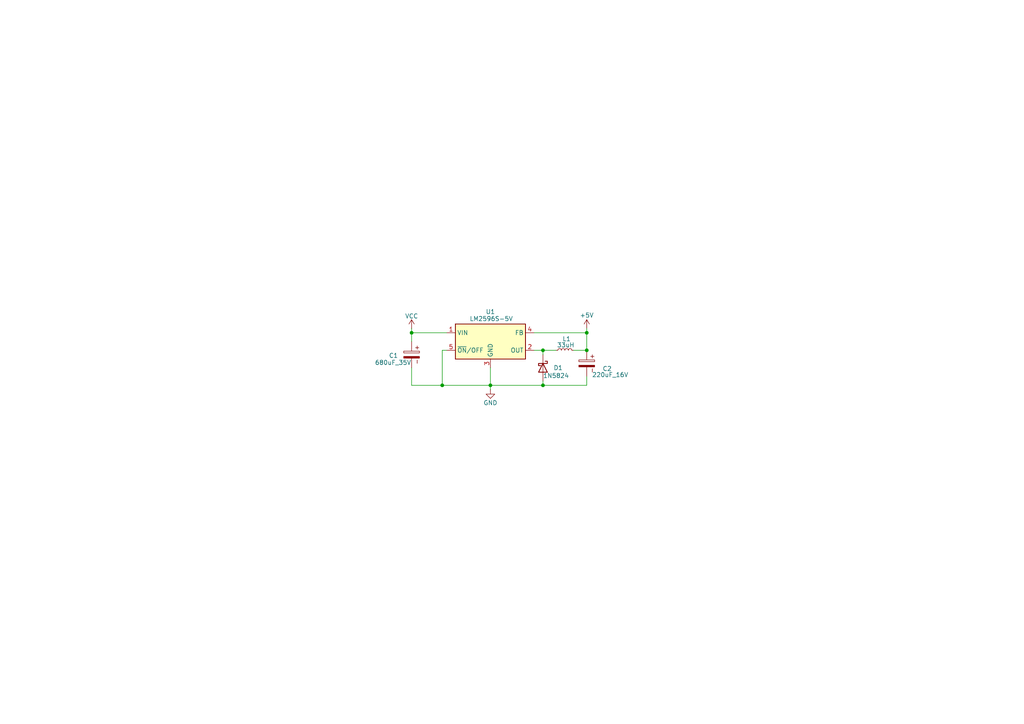
<source format=kicad_sch>
(kicad_sch (version 20250114) (generator "eeschema") (generator_version "9.0")
  (paper "A4")
  (lib_symbols
    (symbol "Device:L_Small" (pin_numbers (hide yes)) (pin_names (offset 0.254) (hide yes))
      (property "Reference" "L" (at 0.762 1.016 0))
      (property "Value" "L_Small" (at 0.762 -1.016 0))
      (symbol "L_Small_0_1"
        (arc (start 0 2.032) (mid 0.5058 1.524) (end 0 1.016))
        (arc (start 0 1.016) (mid 0.5058 0.508) (end 0 0))
        (arc (start 0 0) (mid 0.5058 -0.508) (end 0 -1.016))
        (arc (start 0 -1.016) (mid 0.5058 -1.524) (end 0 -2.032))
      )
      (symbol "L_Small_1_1"
        (pin passive line (at 0 2.54 270) (length 0.508) (name "~") (number "1"))
        (pin passive line (at 0 -2.54 90) (length 0.508) (name "~") (number "2"))
      )
    )
    (symbol "Diode:1N5822" (pin_numbers (hide yes)) (pin_names (offset 1.016) (hide yes))
      (property "Reference" "D" (at 0 2.54 0))
      (property "Value" "1N5822" (at 0 -2.54 0))
      (symbol "1N5822_0_1"
        (polyline (pts (xy -1.905 0.635) (xy -1.905 1.27) (xy -1.27 1.27) (xy -1.27 -1.27) (xy -0.635 -1.27) (xy -0.635 -0.635)) (stroke (width 0.254)))
        (polyline (pts (xy 1.27 1.27) (xy 1.27 -1.27) (xy -1.27 0) (xy 1.27 1.27)) (stroke (width 0.254)))
        (polyline (pts (xy 1.27 0) (xy -1.27 0)))
      )
      (symbol "1N5822_1_1"
        (pin passive line (at -3.81 0 0) (length 2.54) (name "K") (number "1"))
        (pin passive line (at 3.81 0 180) (length 2.54) (name "A") (number "2"))
      )
    )
    (symbol "PCM_SL_Capacitors:470uF_35V"
      (property "Reference" "C" (at 0 7.62 0))
      (property "Value" "470uF_35V" (at 0 5.08 0))
      (symbol "470uF_35V_0_0"
        (text "+" (at -2.032 1.524 0) (effects (font (size 1.27 1.27))))
        (text "-" (at 2.032 1.524 0) (effects (font (size 1.27 1.27))))
      )
      (symbol "470uF_35V_0_1"
        (rectangle (start -1.016 -2.286) (end -0.508 2.286))
        (rectangle (start 0.508 -2.286) (end 1.016 2.286) (fill (type outline)))
      )
      (symbol "470uF_35V_1_1"
        (pin passive line (at -3.81 0 0) (length 2.7) (name "~") (number "1"))
        (pin input line (at 3.81 0 180) (length 2.7) (name "~") (number "2"))
      )
    )
    (symbol "Regulator_Switching:LM2596S-5"
      (property "Reference" "U" (at -10.16 6.35 0))
      (property "Value" "LM2596S-5" (at 0 6.35 0))
      (symbol "LM2596S-5_0_1"
        (rectangle (start -10.16 5.08) (end 10.16 -5.08) (stroke (width 0.254)) (fill (type background)))
      )
      (symbol "LM2596S-5_1_1"
        (pin power_in line (at -12.7 2.54 0) (length 2.54) (name "VIN") (number "1"))
        (pin input line (at -12.7 -2.54 0) (length 2.54) (name "~{ON}/OFF") (number "5"))
        (pin power_in line (at 0 -7.62 90) (length 2.54) (name "GND") (number "3"))
        (pin input line (at 12.7 2.54 180) (length 2.54) (name "FB") (number "4"))
        (pin output line (at 12.7 -2.54 180) (length 2.54) (name "OUT") (number "2"))
      )
    )
    (symbol "power:+5V" (power) (pin_numbers (hide yes)) (pin_names (offset 0) (hide yes))
      (property "Value" "+5V" (at 0 3.556 0))
      (symbol "+5V_0_1"
        (polyline (pts (xy -0.762 1.27) (xy 0 2.54)))
        (polyline (pts (xy 0 2.54) (xy 0.762 1.27)))
        (polyline (pts (xy 0 0) (xy 0 2.54)))
      )
      (symbol "+5V_1_1"
        (pin power_in line (at 0 0 90) (length 0) (name "~") (number "1"))
      )
    )
    (symbol "power:GND" (power) (pin_numbers (hide yes)) (pin_names (offset 0) (hide yes))
      (property "Value" "GND" (at 0 -3.81 0))
      (symbol "GND_0_1"
        (polyline (pts (xy 0 0) (xy 0 -1.27) (xy 1.27 -1.27) (xy 0 -2.54) (xy -1.27 -1.27) (xy 0 -1.27)))
      )
      (symbol "GND_1_1"
        (pin power_in line (at 0 0 270) (length 0) (name "~") (number "1"))
      )
    )
    (symbol "power:VCC" (power) (pin_numbers (hide yes)) (pin_names (offset 0) (hide yes))
      (property "Value" "VCC" (at 0 3.556 0))
      (symbol "VCC_0_1"
        (polyline (pts (xy -0.762 1.27) (xy 0 2.54)))
        (polyline (pts (xy 0 2.54) (xy 0.762 1.27)))
        (polyline (pts (xy 0 0) (xy 0 2.54)))
      )
      (symbol "VCC_1_1"
        (pin power_in line (at 0 0 90) (length 0) (name "~") (number "1"))
      )
    )
  )
  (junction (at 142.24 111.76))
  (junction (at 119.38 96.52))
  (junction (at 157.48 101.6))
  (junction (at 128.27 111.76))
  (junction (at 157.48 111.76))
  (junction (at 170.18 101.6))
  (junction (at 170.18 96.52))
  (wire (pts (xy 154.94 96.52) (xy 170.18 96.52)))
  (wire (pts (xy 119.38 95.25) (xy 119.38 96.52)))
  (wire (pts (xy 142.24 106.68) (xy 142.24 111.76)))
  (wire (pts (xy 142.24 111.76) (xy 157.48 111.76)))
  (wire (pts (xy 128.27 111.76) (xy 142.24 111.76)))
  (wire (pts (xy 170.18 96.52) (xy 170.18 101.6)))
  (wire (pts (xy 119.38 96.52) (xy 119.38 99.06)))
  (wire (pts (xy 157.48 111.76) (xy 170.18 111.76)))
  (wire (pts (xy 157.48 111.76) (xy 157.48 110.49)))
  (wire (pts (xy 170.18 109.22) (xy 170.18 111.76)))
  (wire (pts (xy 154.94 101.6) (xy 157.48 101.6)))
  (wire (pts (xy 119.38 106.68) (xy 119.38 111.76)))
  (wire (pts (xy 119.38 96.52) (xy 129.54 96.52)))
  (wire (pts (xy 166.37 101.6) (xy 170.18 101.6)))
  (wire (pts (xy 157.48 101.6) (xy 157.48 102.87)))
  (wire (pts (xy 170.18 95.25) (xy 170.18 96.52)))
  (wire (pts (xy 128.27 101.6) (xy 129.54 101.6)))
  (wire (pts (xy 157.48 101.6) (xy 161.29 101.6)))
  (wire (pts (xy 128.27 101.6) (xy 128.27 111.76)))
  (wire (pts (xy 142.24 111.76) (xy 142.24 113.03)))
  (wire (pts (xy 119.38 111.76) (xy 128.27 111.76)))
  (symbol (lib_id "Regulator_Switching:LM2596S-5") (at 142.24 99.06 0) (unit 1)
    (property "Reference" "U1" (at 142.24 90.424 0))
    (property "Value" "LM2596S-5V" (at 142.494 92.456 0))
    (property "Footprint" "Package_TO_SOT_SMD:TO-263-5_TabPin3" (effects (hide yes)))
    (property "Datasheet" "http://www.ti.com/lit/ds/symlink/lm2596.pdf" (effects (hide yes)))
    (property "Description" "5V 3A Step-Down Voltage Regulator, TO-263" (effects (hide yes)))
  )
  (symbol (lib_id "power:GND") (at 142.24 113.03 0) (unit 1)
    (property "Reference" "#PWR01" (effects (hide yes)))
    (property "Value" "GND" (at 142.24 116.84 0))
    (property "Description" "Power symbol creates a global label with name \"GND\" , ground" (effects (hide yes)))
  )
  (symbol (lib_id "Device:L_Small") (at 163.83 101.6 90) (unit 1)
    (property "Reference" "L1" (at 164.338 98.298 90))
    (property "Value" "33uH" (at 164.084 100.076 90))
    (property "Description" "Inductor, small symbol" (effects (hide yes)))
  )
  (symbol (lib_id "power:+5V") (at 170.18 95.25 0) (unit 1)
    (property "Reference" "#PWR02" (effects (hide yes)))
    (property "Value" "+5V" (at 170.18 91.44 0))
    (property "Description" "Power symbol creates a global label with name \"+5V\"" (effects (hide yes)))
  )
  (symbol (lib_id "Diode:1N5822") (at 157.48 106.68 270) (unit 1)
    (property "Reference" "D1" (at 160.528 106.68 90) (effects (justify left)))
    (property "Value" "1N5824" (at 157.48 108.966 90) (effects (justify left)))
    (property "Footprint" "Diode_THT:D_DO-201AD_P15.24mm_Horizontal" (effects (hide yes)))
    (property "Datasheet" "http://www.vishay.com/docs/88526/1n5820.pdf" (effects (hide yes)))
    (property "Description" "40V 3A Schottky Barrier Rectifier Diode, DO-201AD" (effects (hide yes)))
  )
  (symbol (lib_id "PCM_SL_Capacitors:470uF_35V") (at 170.18 105.41 270) (unit 1)
    (property "Reference" "C2" (at 174.752 106.934 90) (effects (justify left)))
    (property "Value" "220uF_16V" (at 171.704 108.712 90) (effects (justify left)))
    (property "Footprint" "Capacitor_THT:CP_Radial_D10.0mm_P5.00mm" (effects (hide yes)))
    (property "Description" "470uF, 35V Electrolytic Capacitor" (effects (hide yes)))
  )
  (symbol (lib_id "power:VCC") (at 119.38 95.25 0) (unit 1)
    (property "Reference" "#PWR03" (effects (hide yes)))
    (property "Value" "VCC" (at 119.38 91.694 0))
    (property "Description" "Power symbol creates a global label with name \"VCC\"" (effects (hide yes)))
  )
  (symbol (lib_id "PCM_SL_Capacitors:470uF_35V") (at 119.38 102.87 270) (unit 1)
    (property "Reference" "C1" (at 112.776 103.124 90) (effects (justify left)))
    (property "Value" "680uF_35V" (at 108.712 105.156 90) (effects (justify left)))
    (property "Footprint" "Capacitor_THT:CP_Radial_D10.0mm_P5.00mm" (effects (hide yes)))
    (property "Description" "470uF, 35V Electrolytic Capacitor" (effects (hide yes)))
  )
)
</source>
